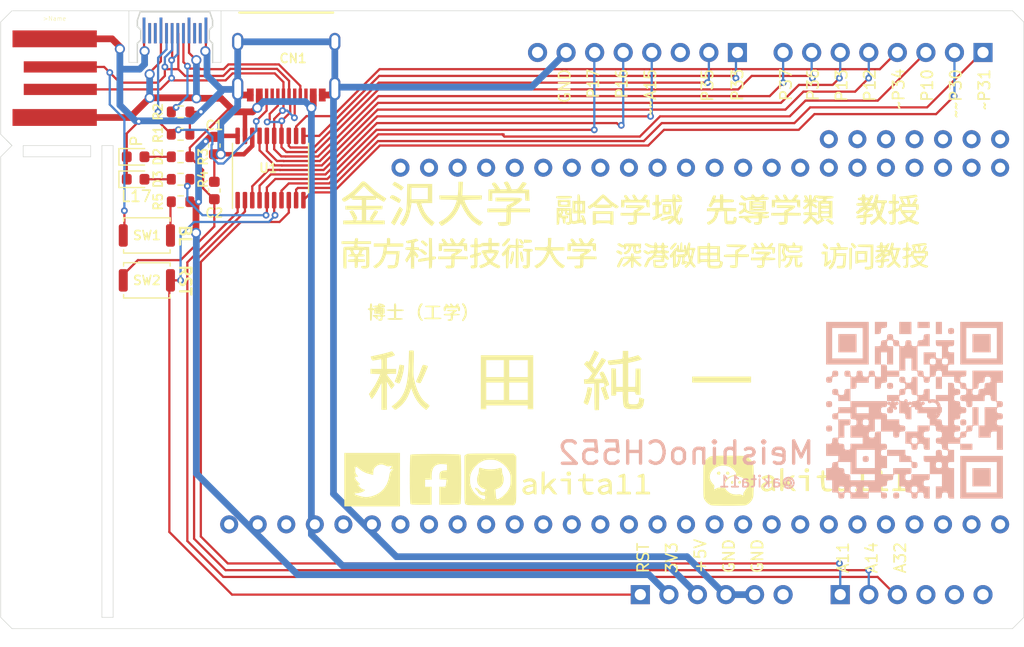
<source format=kicad_pcb>
(kicad_pcb (version 20211014) (generator pcbnew)
  (layers (0 "F.Cu" signal) (31 "B.Cu" signal) (34 "B.Paste" user) (35 "F.Paste" user) (36 "B.SilkS" user "B.Silkscreen") (37 "F.SilkS" user "F.Silkscreen") (38 "B.Mask" user) (39 "F.Mask" user) (44 "Edge.Cuts" user))
  (net 0 "")
  (net 1 "+3V3")
  (net 2 "GND")
  (net 3 "+5V")
  (net 5 "Net-(CN1-PadA5)")
  (net 6 "/P3.7")
  (net 7 "/P3.6")
  (net 9 "Net-(CN1-PadB5)")
  (net 10 "Net-(D2-Pad2)")
  (net 11 "Net-(D3-Pad2)")
  (net 12 "/RST")
  (net 14 "/P1.1")
  (net 15 "/P1.4")
  (net 16 "/P3.2")
  (net 20 "/P3.1")
  (net 21 "/P3.0")
  (net 22 "/P1.0")
  (net 23 "/P3.4")
  (net 24 "/P1.2")
  (net 25 "/P1.3")
  (net 26 "/P3.3")
  (net 27 "/P3.5")
  (net 29 "/P1.5")
  (net 30 "/P1.6")
  (net 31 "/P1.7")
  (net 33 "Net-(R5-Pad2)")
  (footprint "Button_Switch_SMD:SW_Push_SPST_NO_Alps_SKRK" (layer "F.Cu") (at 13 24 180)
    (fp_text reference "SW2")
    (fp_text value "SW_Push")
  )
  (footprint "Capacitor_SMD:C_0603_1608Metric" (layer "F.Cu") (at 19 16 90)
    (fp_text reference "C2")
    (fp_text value "0.1u")
  )
  (footprint "Connector_PinSocket_2.54mm:PinSocket_1x08_P2.54mm_Vertical" (layer "F.Cu") (at 65.531 3.715 -90)
    (fp_text reference "J4" hide)
    (fp_text value "Conn_01x08")
  )
  (footprint "Connector_PinSocket_2.54mm:PinSocket_1x08_P2.54mm_Vertical" (layer "F.Cu") (at 87.375 3.715 -90)
    (fp_text reference "J3" hide)
    (fp_text value "Conn_01x08")
  )
  (footprint "akita:USB-C_PCBPLUG" (layer "F.Cu") (at 15.5 2 90)
    (fp_text reference "CN2" hide)
    (fp_text value "CON_USB-C-16" hide)
    (fp_line (start -2.6 -3.345) (end -0.9 -3.345) (layer "Edge.Cuts") (width 0.127))
    (fp_line (start -0.9 -3.345) (end -0.6 -3.045) (layer "Edge.Cuts") (width 0.127))
    (fp_line (start 0.6 -3.345) (end 1.15 -3.345) (layer "Edge.Cuts") (width 0.127))
    (fp_line (start 1.9 3.095) (end 1.15 3.345) (layer "Edge.Cuts") (width 0.127))
    (fp_line (start 1.15 -3.345) (end 1.9 -3.095) (layer "Edge.Cuts") (width 0.127))
    (fp_line (start 0.3 3.055) (end 0.6 3.345) (layer "Edge.Cuts") (width 0.127))
    (fp_line (start -0.6 3.055) (end 0.3 3.055) (layer "Edge.Cuts") (width 0.127))
    (fp_line (start -0.6 -3.045) (end 0.3 -3.045) (layer "Edge.Cuts") (width 0.127))
    (fp_line (start -0.9 3.345) (end -0.6 3.055) (layer "Edge.Cuts") (width 0.127))
    (fp_line (start -2.6 3.345) (end -0.9 3.345) (layer "Edge.Cuts") (width 0.127))
    (fp_line (start 1.9 -3.095) (end 1.9 3.095) (layer "Edge.Cuts") (width 0.127))
    (fp_line (start 0.6 3.345) (end 1.15 3.345) (layer "Edge.Cuts") (width 0.127))
    (fp_line (start 0.3 -3.045) (end 0.6 -3.345) (layer "Edge.Cuts") (width 0.127))
  )
  (footprint "Capacitor_SMD:C_0603_1608Metric" (layer "F.Cu") (at 19 12 -90)
    (fp_text reference "C1")
    (fp_text value "0.1u")
  )
  (footprint "Connector_PinSocket_2.54mm:PinSocket_1x06_P2.54mm_Vertical" (layer "F.Cu") (at 56.895 51.975 90)
    (fp_text reference "J1" hide)
    (fp_text value "Conn_01x06")
  )
  (footprint "LED_SMD:LED_0603_1608Metric" (layer "F.Cu") (at 12 13)
    (fp_text reference "D2")
    (fp_text value "LED")
  )
  (footprint "Resistor_SMD:R_0603_1608Metric" (layer "F.Cu") (at 16 15)
    (fp_text reference "R4")
    (fp_text value "1k")
  )
  (footprint "LED_SMD:LED_0603_1608Metric" (layer "F.Cu") (at 12 15)
    (fp_text reference "D3")
    (fp_text value "LED")
  )
  (footprint "Resistor_SMD:R_0603_1608Metric" (layer "F.Cu") (at 16 17 180)
    (fp_text reference "R5")
    (fp_text value "10k")
  )
  (footprint "Button_Switch_SMD:SW_Push_SPST_NO_Alps_SKRK" (layer "F.Cu") (at 13 20)
    (fp_text reference "SW1")
    (fp_text value "SW_Push")
  )
  (footprint "Resistor_SMD:R_0603_1608Metric" (layer "F.Cu") (at 16 11)
    (fp_text reference "R1")
    (fp_text value "5.1k")
  )
  (footprint "Resistor_SMD:R_0603_1608Metric" (layer "F.Cu") (at 16 13)
    (fp_text reference "R3")
    (fp_text value "1k")
  )
  (footprint "akita:USB-C_16P_TH" (layer "F.Cu") (at 25.4 6.5 180)
    (fp_text reference "CN1")
    (fp_text value "CON_USB-C-16" hide)
  )
  (footprint "akita:akita11_namecard" (layer "F.Cu") (at 53.34 29.21)
    (fp_text reference "G***" hide)
    (fp_text value "LOGO" hide)
  )
  (footprint "Resistor_SMD:R_0603_1608Metric" (layer "F.Cu") (at 16 9)
    (fp_text reference "R2")
    (fp_text value "5.1k")
  )
  (footprint "Package_SO:TSSOP-20_4.4x6.5mm_P0.65mm" (layer "F.Cu") (at 24 14 90)
    (fp_text reference "U1")
    (fp_text value "MCU_CH552T")
  )
  (footprint "akita:USB-A-PCB" (layer "F.Cu") (at 5 6)
    (fp_text reference "J5" hide)
    (fp_text value "USB_A" hide)
  )
  (footprint "Connector_PinSocket_2.54mm:PinSocket_1x06_P2.54mm_Vertical" (layer "F.Cu") (at 74.675 51.975 90)
    (fp_text reference "J2" hide)
    (fp_text value "Conn_01x06")
  )
  (footprint "akita:MeishinoCH552_QR" (layer "B.Cu") (at 81.28 35.56 180)
    (fp_text reference "G***")
    (fp_text value "LOGO" hide)
  )
  (gr_line (start 0 1) (end 0 11) (layer "Edge.Cuts") (width 0.05))
  (gr_line (start 2 13) (end 2 12) (layer "Edge.Cuts") (width 0.05))
  (gr_line (start 90 55) (end 91 54) (layer "Edge.Cuts") (width 0.05))
  (gr_line (start 9 54) (end 9 12) (layer "Edge.Cuts") (width 0.05))
  (gr_line (start 8 12) (end 8 13) (layer "Edge.Cuts") (width 0.05))
  (gr_line (start 18.8 4.6) (end 19.6 4.6) (layer "Edge.Cuts") (width 0.05))
  (gr_line (start 0 11) (end 1 12) (layer "Edge.Cuts") (width 0.05))
  (gr_line (start 0 13) (end 0 54) (layer "Edge.Cuts") (width 0.05))
  (gr_line (start 1 12) (end 0.5 11.5) (layer "Edge.Cuts") (width 0.05))
  (gr_line (start 0 54) (end 1 55) (layer "Edge.Cuts") (width 0.05))
  (gr_line (start 1 0) (end 0 1) (layer "Edge.Cuts") (width 0.05))
  (gr_line (start 91 1) (end 91 54) (layer "Edge.Cuts") (width 0.05))
  (gr_line (start 10 54) (end 9 54) (layer "Edge.Cuts") (width 0.05))
  (gr_line (start 11.4 4.6) (end 11.4 0) (layer "Edge.Cuts") (width 0.05))
  (gr_line (start 90 0) (end 91 1) (layer "Edge.Cuts") (width 0.05))
  (gr_line (start 9 12) (end 10 12) (layer "Edge.Cuts") (width 0.05))
  (gr_line (start 10 54) (end 10 12) (layer "Edge.Cuts") (width 0.05))
  (gr_line (start 90 55) (end 1 55) (layer "Edge.Cuts") (width 0.05))
  (gr_line (start 12.2 4.6) (end 11.4 4.6) (layer "Edge.Cuts") (width 0.05))
  (gr_line (start 1 0) (end 90 0) (layer "Edge.Cuts") (width 0.05))
  (gr_line (start 19.6 4.6) (end 19.6 0) (layer "Edge.Cuts") (width 0.05))
  (gr_line (start 8 13) (end 2 13) (layer "Edge.Cuts") (width 0.05))
  (gr_line (start 2 12) (end 8 12) (layer "Edge.Cuts") (width 0.05))
  (gr_line (start 1 12) (end 0 13) (layer "Edge.Cuts") (width 0.05))
  (gr_text "MeishinoCH552" (at 60.96 39.37) (layer "B.SilkS") (effects (font (size 2 2) (thickness 0.3)) (justify mirror)))
  (gr_text "@akita11\n" (at 67.31 41.91) (layer "B.SilkS") (effects (font (size 1 1)) (justify mirror)))
  (gr_text "RST" (at 57.15 50.165 90) (layer "F.SilkS") (effects (font (size 1 1)) (justify left)))
  (gr_text "3V3" (at 59.69 50.165 90) (layer "F.SilkS") (effects (font (size 1 1)) (justify left)))
  (gr_text "P17" (at 52.705 5.08 90) (layer "F.SilkS") (effects (font (size 1 0.9)) (justify right)))
  (gr_text "A32\n" (at 80.01 50.165 90) (layer "F.SilkS") (effects (font (size 1 1)) (justify left)))
  (gr_text "P16" (at 55.245 5.08 90) (layer "F.SilkS") (effects (font (size 1 0.9)) (justify right)))
  (gr_text "BL" (at 16.4 20 270) (layer "F.SilkS") (effects (font (size 1 1) (thickness 0.2))))
  (gr_text "GND" (at 67.31 50.165 90) (layer "F.SilkS") (effects (font (size 1 1)) (justify left)))
  (gr_text "P36" (at 72.255 5.03 90) (layer "F.SilkS") (effects (font (size 1 1)) (justify right)))
  (gr_text "L17" (at 12.065 16.51) (layer "F.SilkS") (effects (font (size 1 1))))
  (gr_text "~~A15" (at 57.785 5.08 90) (layer "F.SilkS") (effects (font (size 1 1)) (justify right)))
  (gr_text "P10" (at 82.415 5.09 90) (layer "F.SilkS") (effects (font (size 1 1)) (justify right)))
  (gr_text "~P31" (at 87.495 5.09 90) (layer "F.SilkS") (effects (font (size 1 1)) (justify right)))
  (gr_text "A14" (at 77.47 50.165 90) (layer "F.SilkS") (effects (font (size 1 1)) (justify left)))
  (gr_text "P37" (at 69.85 5.03 90) (layer "F.SilkS") (effects (font (size 1 1)) (justify right)))
  (gr_text "P35" (at 62.865 5.09 90) (layer "F.SilkS") (effects (font (size 1 1)) (justify right)))
  (gr_text "GND" (at 64.77 50.165 90) (layer "F.SilkS") (effects (font (size 1 1)) (justify left)))
  (gr_text "A11" (at 74.93 50.165 90) (layer "F.SilkS") (effects (font (size 1 1)) (justify left)))
  (gr_text "P" (at 12.065 11.6 90) (layer "F.SilkS") (effects (font (size 1 1))))
  (gr_text "P12" (at 77.305 5.09 90) (layer "F.SilkS") (effects (font (size 1 1)) (justify right)))
  (gr_text "P13" (at 74.795 5.09 90) (layer "F.SilkS") (effects (font (size 1 1)) (justify right)))
  (gr_text "RST" (at 16.4 24 270) (layer "F.SilkS") (effects (font (size 1 1) (thickness 0.2))))
  (gr_text "P33" (at 65.531 5.045 90) (layer "F.SilkS") (effects (font (size 1 1)) (justify right)))
  (gr_text "GND" (at 50.165 5.08 90) (layer "F.SilkS") (effects (font (size 1 1)) (justify right)))
  (gr_text "~~P30" (at 84.955 5.09 90) (layer "F.SilkS") (effects (font (size 1 1)) (justify right)))
  (gr_text "~P34" (at 79.875 5.03 90) (layer "F.SilkS") (effects (font (size 1 1)) (justify right)))
  (gr_text "+5V" (at 62.23 50.165 90) (layer "F.SilkS") (effects (font (size 1 1)) (justify left)))
  (via (at 78.74 11.43) (size 1.6) (drill 0.9) (layers "F.Cu" "B.Cu") (net 0))
  (via (at 35.56 13.97) (size 1.6) (drill 0.9) (layers "F.Cu" "B.Cu") (net 0))
  (via (at 73.66 13.97) (size 1.6) (drill 0.9) (layers "F.Cu" "B.Cu") (net 0))
  (via (at 88.9 13.97) (size 1.6) (drill 0.9) (layers "F.Cu" "B.Cu") (net 0))
  (via (at 88.9 11.43) (size 1.6) (drill 0.9) (layers "F.Cu" "B.Cu") (net 0))
  (via (at 20.32 45.72) (size 1.6) (drill 0.9) (layers "F.Cu" "B.Cu") (net 0))
  (via (at 81.28 13.97) (size 1.6) (drill 0.9) (layers "F.Cu" "B.Cu") (net 0))
  (via (at 50.8 13.97) (size 1.6) (drill 0.9) (layers "F.Cu" "B.Cu") (net 0))
  (via (at 76.2 45.72) (size 1.6) (drill 0.9) (layers "F.Cu" "B.Cu") (net 0))
  (via (at 45.72 13.97) (size 1.6) (drill 0.9) (layers "F.Cu" "B.Cu") (net 0))
  (via (at 53.34 13.97) (size 1.6) (drill 0.9) (layers "F.Cu" "B.Cu") (net 0))
  (via (at 78.74 13.97) (size 1.6) (drill 0.9) (layers "F.Cu" "B.Cu") (net 0))
  (via (at 63.5 45.72) (size 1.6) (drill 0.9) (layers "F.Cu" "B.Cu") (net 0))
  (via (at 86.36 45.72) (size 1.6) (drill 0.9) (layers "F.Cu" "B.Cu") (net 0))
  (via (at 58.42 45.72) (size 1.6) (drill 0.9) (layers "F.Cu" "B.Cu") (net 0))
  (via (at 73.66 11.43) (size 1.6) (drill 0.9) (layers "F.Cu" "B.Cu") (net 0))
  (via (at 88.9 45.72) (size 1.6) (drill 0.9) (layers "F.Cu" "B.Cu") (net 0))
  (via (at 73.66 45.72) (size 1.6) (drill 0.9) (layers "F.Cu" "B.Cu") (net 0))
  (via (at 60.96 13.97) (size 1.6) (drill 0.9) (layers "F.Cu" "B.Cu") (net 0))
  (via (at 25.4 45.72) (size 1.6) (drill 0.9) (layers "F.Cu" "B.Cu") (net 0))
  (via (at 71.12 45.72) (size 1.6) (drill 0.9) (layers "F.Cu" "B.Cu") (net 0))
  (via (at 68.58 13.97) (size 1.6) (drill 0.9) (layers "F.Cu" "B.Cu") (net 0))
  (via (at 48.26 45.72) (size 1.6) (drill 0.9) (layers "F.Cu" "B.Cu") (net 0))
  (via (at 83.82 11.43) (size 1.6) (drill 0.9) (layers "F.Cu" "B.Cu") (net 0))
  (via (at 35.56 45.72) (size 1.6) (drill 0.9) (layers "F.Cu" "B.Cu") (net 0))
  (via (at 40.64 45.72) (size 1.6) (drill 0.9) (layers "F.Cu" "B.Cu") (net 0))
  (via (at 66.04 13.97) (size 1.6) (drill 0.9) (layers "F.Cu" "B.Cu") (net 0))
  (via (at 22.86 45.72) (size 1.6) (drill 0.9) (layers "F.Cu" "B.Cu") (net 0))
  (via (at 86.36 11.43) (size 1.6) (drill 0.9) (layers "F.Cu" "B.Cu") (net 0))
  (via (at 40.64 13.97) (size 1.6) (drill 0.9) (layers "F.Cu" "B.Cu") (net 0))
  (via (at 30.48 45.72) (size 1.6) (drill 0.9) (layers "F.Cu" "B.Cu") (net 0))
  (via (at 50.8 45.72) (size 1.6) (drill 0.9) (layers "F.Cu" "B.Cu") (net 0))
  (via (at 76.2 11.43) (size 1.6) (drill 0.9) (layers "F.Cu" "B.Cu") (net 0))
  (via (at 33.02 45.72) (size 1.6) (drill 0.9) (layers "F.Cu" "B.Cu") (net 0))
  (via (at 55.88 45.72) (size 1.6) (drill 0.9) (layers "F.Cu" "B.Cu") (net 0))
  (via (at 27.94 45.72) (size 1.6) (drill 0.9) (layers "F.Cu" "B.Cu") (net 0))
  (via (at 66.04 45.72) (size 1.6) (drill 0.9) (layers "F.Cu" "B.Cu") (net 0))
  (via (at 38.1 13.97) (size 1.6) (drill 0.9) (layers "F.Cu" "B.Cu") (net 0))
  (via (at 83.82 13.97) (size 1.6) (drill 0.9) (layers "F.Cu" "B.Cu") (net 0))
  (via (at 38.1 45.72) (size 1.6) (drill 0.9) (layers "F.Cu" "B.Cu") (net 0))
  (via (at 55.88 13.97) (size 1.6) (drill 0.9) (layers "F.Cu" "B.Cu") (net 0))
  (via (at 48.26 13.97) (size 1.6) (drill 0.9) (layers "F.Cu" "B.Cu") (net 0))
  (via (at 76.2 13.97) (size 1.6) (drill 0.9) (layers "F.Cu" "B.Cu") (net 0))
  (via (at 81.28 11.43) (size 1.6) (drill 0.9) (layers "F.Cu" "B.Cu") (net 0))
  (via (at 58.42 13.97) (size 1.6) (drill 0.9) (layers "F.Cu" "B.Cu") (net 0))
  (via (at 43.18 13.97) (size 1.6) (drill 0.9) (layers "F.Cu" "B.Cu") (net 0))
  (via (at 63.5 13.97) (size 1.6) (drill 0.9) (layers "F.Cu" "B.Cu") (net 0))
  (via (at 86.36 13.97) (size 1.6) (drill 0.9) (layers "F.Cu" "B.Cu") (net 0))
  (via (at 60.96 45.72) (size 1.6) (drill 0.9) (layers "F.Cu" "B.Cu") (net 0))
  (via (at 43.18 45.72) (size 1.6) (drill 0.9) (layers "F.Cu" "B.Cu") (net 0))
  (via (at 68.58 45.72) (size 1.6) (drill 0.9) (layers "F.Cu" "B.Cu") (net 0))
  (via (at 53.34 45.72) (size 1.6) (drill 0.9) (layers "F.Cu" "B.Cu") (net 0))
  (via (at 45.72 45.72) (size 1.6) (drill 0.9) (layers "F.Cu" "B.Cu") (net 0))
  (via (at 83.82 45.72) (size 1.6) (drill 0.9) (layers "F.Cu" "B.Cu") (net 0))
  (via (at 81.28 45.72) (size 1.6) (drill 0.9) (layers "F.Cu" "B.Cu") (net 0))
  (via (at 78.74 45.72) (size 1.6) (drill 0.9) (layers "F.Cu" "B.Cu") (net 0))
  (via (at 71.12 13.97) (size 1.6) (drill 0.9) (layers "F.Cu" "B.Cu") (net 0))
  (segment (start 17.370023 19.770023) (end 17.370023 17.229977) (width 0.6) (layer "F.Cu") (net 1))
  (segment (start 16.825 17) (end 17.6 17) (width 0.2) (layer "F.Cu") (net 1))
  (segment (start 19 11.225) (end 18.631039 11.225) (width 0.6) (layer "F.Cu") (net 1))
  (segment (start 21.075 11.1375) (end 19.0625 11.1375) (width 0.4) (layer "F.Cu") (net 1))
  (segment (start 17.370023 17.229977) (end 17.6 17) (width 0.6) (layer "F.Cu") (net 1))
  (segment (start 18.631039 11.225) (end 18.228019 11.62802) (width 0.6) (layer "F.Cu") (net 1))
  (segment (start 19.0625 11.1375) (end 19 11.2) (width 0.2) (layer "F.Cu") (net 1))
  (via (at 17.370023 19.770023) (size 0.9) (drill 0.6) (layers "F.Cu" "B.Cu") (net 1))
  (via (at 18.228019 11.62802) (size 0.6) (drill 0.3) (layers "F.Cu" "B.Cu") (net 1))
  (via (at 17.6 17) (size 0.6) (drill 0.3) (layers "F.Cu" "B.Cu") (net 1))
  (segment (start 17.4 20.2) (end 17.4 19.8) (width 0.6) (layer "B.Cu") (net 1))
  (segment (start 17.4 19.8) (end 17.370023 19.770023) (width 0.6) (layer "B.Cu") (net 1))
  (segment (start 57.66 50.2) (end 26.4 50.2) (width 0.6) (layer "B.Cu") (net 1))
  (segment (start 59.435 51.975) (end 57.66 50.2) (width 0.6) (layer "B.Cu") (net 1))
  (segment (start 17.6 12.256039) (end 18.228019 11.62802) (width 0.6) (layer "B.Cu") (net 1))
  (segment (start 17.6 17) (end 17.6 12.256039) (width 0.6) (layer "B.Cu") (net 1))
  (segment (start 17.4 41.2) (end 17.4 20.2) (width 0.6) (layer "B.Cu") (net 1))
  (segment (start 26.4 50.2) (end 17.4 41.2) (width 0.6) (layer "B.Cu") (net 1))
  (segment (start 22.2 7.5) (end 21.1 7.5) (width 0.6) (layer "F.Cu") (net 2))
  (segment (start 18.25 1.75) (end 18.25 3.55) (width 0.2) (layer "F.Cu") (net 2))
  (segment (start 21.1 7.5) (end 21 7.4) (width 0.6) (layer "F.Cu") (net 2))
  (segment (start 19 12.775) (end 19.575 12.775) (width 0.4) (layer "F.Cu") (net 2))
  (segment (start 16.825 9) (end 17.8 9) (width 0.2) (layer "F.Cu") (net 2))
  (segment (start 10.6 3.2) (end 10.6 3.4) (width 0.6) (layer "F.Cu") (net 2))
  (segment (start 22.375 12.025) (end 22.375 11.1375) (width 0.4) (layer "F.Cu") (net 2))
  (segment (start 10.2 2.8) (end 10.6 3.2) (width 0.6) (layer "F.Cu") (net 2))
  (segment (start 11.2125 10.918164) (end 12.275291 9.855373) (width 0.2) (layer "F.Cu") (net 2))
  (segment (start 19.575 12.775) (end 21.625 12.775) (width 0.4) (layer "F.Cu") (net 2))
  (segment (start 21.625 12.775) (end 22.375 12.025) (width 0.4) (layer "F.Cu") (net 2))
  (segment (start 11.2125 15) (end 11.2125 10.918164) (width 0.2) (layer "F.Cu") (net 2))
  (segment (start 12.75 1.75) (end 12.75 3.55) (width 0.2) (layer "F.Cu") (net 2))
  (segment (start 29.3 7.5) (end 29.6 7.2) (width 0.6) (layer "F.Cu") (net 2))
  (segment (start 18.25 3.55) (end 18.2 3.6) (width 0.2) (layer "F.Cu") (net 2))
  (segment (start 12.75 3.55) (end 12.8 3.6) (width 0.2) (layer "F.Cu") (net 2))
  (segment (start 16.825 9) (end 16.825 11.025) (width 0.2) (layer "F.Cu") (net 2))
  (segment (start 9.9 2.5) (end 10.2 2.8) (width 0.6) (layer "F.Cu") (net 2))
  (segment (start 19 15.225) (end 19 12.8) (width 0.2) (layer "F.Cu") (net 2))
  (segment (start 17.8 9) (end 17.809957 8.990043) (width 0.2) (layer "F.Cu") (net 2))
  (segment (start 4.8 2.5) (end 9.9 2.5) (width 0.6) (layer "F.Cu") (net 2))
  (segment (start 28.6 7.5) (end 29.3 7.5) (width 0.6) (layer "F.Cu") (net 2))
  (via (at 10.6 3.4) (size 0.9) (drill 0.6) (layers "F.Cu" "B.Cu") (net 2))
  (via (at 17.809957 8.990043) (size 0.6) (drill 0.3) (layers "F.Cu" "B.Cu") (net 2))
  (via (at 18.2 3.6) (size 0.9) (drill 0.6) (layers "F.Cu" "B.Cu") (net 2))
  (via (at 12.8 3.6) (size 0.9) (drill 0.6) (layers "F.Cu" "B.Cu") (net 2))
  (via (at 12.275291 9.855373) (size 0.6) (drill 0.3) (layers "F.Cu" "B.Cu") (net 2))
  (via (at 19.575 12.775) (size 0.9) (drill 0.6) (layers "F.Cu" "B.Cu") (net 2))
  (segment (start 19.6 7) (end 20.762273 7) (width 0.6) (layer "B.Cu") (net 2))
  (segment (start 21.08 8.52) (end 19.575 10.025) (width 0.6) (layer "B.Cu") (net 2))
  (segment (start 12.358188 5.2) (end 10.8 5.2) (width 0.6) (layer "B.Cu") (net 2))
  (segment (start 21.235 2.765) (end 21.2 2.8) (width 0.6) (layer "B.Cu") (net 2))
  (segment (start 10.6 5) (end 10.6 8.4) (width 0.6) (layer "B.Cu") (net 2))
  (segment (start 29.68 2.88) (end 29.6 2.8) (width 0.6) (layer "B.Cu") (net 2))
  (segment (start 10.6 8.4) (end 12 9.8) (width 0.6) (layer "B.Cu") (net 2))
  (segment (start 17.809957 8.990043) (end 19.6 7.2) (width 0.6) (layer "B.Cu") (net 2))
  (segment (start 35.2 48.6) (end 29.6 43) (width 0.6) (layer "B.Cu") (net 2))
  (segment (start 64.425 51.975) (end 61.05 48.6) (width 0.6) (layer "B.Cu") (net 2))
  (segment (start 47.206 6.8) (end 29.8 6.8) (width 0.6) (layer "B.Cu") (net 2))
  (segment (start 50.291 3.715) (end 47.206 6.8) (width 0.6) (layer "B.Cu") (net 2))
  (segment (start 17 9.8) (end 17.809957 8.990043) (width 0.6) (layer "B.Cu") (net 2))
  (segment (start 21.08 6.935) (end 21.08 8.52) (width 0.6) (layer "B.Cu") (net 2))
  (segment (start 12 9.8) (end 17 9.8) (width 0.6) (layer "B.Cu") (net 2))
  (segment (start 29.72 6.935) (end 29.72 2.88) (width 0.6) (layer "B.Cu") (net 2))
  (segment (start 12.8 3.6) (end 12.8 4.758188) (width 0.6) (layer "B.Cu") (net 2))
  (segment (start 29.6 43) (end 29.6 6.8) (width 0.6) (layer "B.Cu") (net 2))
  (segment (start 18.349511 3.749511) (end 18.349511 5.749511) (width 0.6) (layer "B.Cu") (net 2))
  (segment (start 21.08 2.765) (end 21.08 6.92) (width 0.6) (layer "B.Cu") (net 2))
  (segment (start 19.6 7.2) (end 19.6 7) (width 0.6) (layer "B.Cu") (net 2))
  (segment (start 18.349511 5.749511) (end 19.6 7) (width 0.6) (layer "B.Cu") (net 2))
  (segment (start 67.055 51.975) (end 64.425 51.975) (width 0.6) (layer "B.Cu") (net 2))
  (segment (start 29.72 2.88) (end 29.68 2.88) (width 0.6) (layer "B.Cu") (net 2))
  (segment (start 19.575 10.025) (end 19.575 12.775) (width 0.6) (layer "B.Cu") (net 2))
  (segment (start 10.6 3.4) (end 10.6 5) (width 0.6) (layer "B.Cu") (net 2))
  (segment (start 12.8 4.758188) (end 12.358188 5.2) (width 0.6) (layer "B.Cu") (net 2))
  (segment (start 29.72 2.765) (end 21.235 2.765) (width 0.6) (layer "B.Cu") (net 2))
  (segment (start 61.05 48.6) (end 35.2 48.6) (width 0.6) (layer "B.Cu") (net 2))
  (segment (start 18.2 3.6) (end 18.349511 3.749511) (width 0.6) (layer "B.Cu") (net 2))
  (segment (start 10.8 5.2) (end 10.6 5) (width 0.6) (layer "B.Cu") (net 2))
  (segment (start 13.2505 5.6505) (end 13.2505 5.502161) (width 0.2) (layer "F.Cu") (net 3))
  (segment (start 10.9 23.5) (end 12.2 22.2) (width 0.2) (layer "F.Cu") (net 3))
  (segment (start 21.725 9.125) (end 21.6 9) (width 0.4) (layer "F.Cu") (net 3))
  (segment (start 21.6 9) (end 20.8 9) (width 0.6) (layer "F.Cu") (net 3))
  (segment (start 18 14.175) (end 16.825 13) (width 0.2) (layer "F.Cu") (net 3))
  (segment (start 13.2505 7.7495) (end 17.368454 7.7495) (width 0.6) (layer "F.Cu") (net 3))
  (segment (start 27.8 8.466205) (end 27.634406 8.631799) (width 0.6) (layer "F.Cu") (net 3))
  (segment (start 16.825 13) (end 16.825 12.183217) (width 0.2) (layer "F.Cu") (net 3))
  (segment (start 18.975 16.775) (end 18 15.8) (width 0.2) (layer "F.Cu") (net 3))
  (segment (start 22.4 9) (end 21.6 9) (width 0.6) (layer "F.Cu") (net 3))
  (segment (start 16 22.2) (end 19 19.2) (width 0.2) (layer "F.Cu") (net 3))
  (segment (start 18 15.8) (end 18 14.175) (width 0.2) (layer "F.Cu") (net 3))
  (segment (start 16.825 12.183217) (end 20.4 8.608217) (width 0.2) (layer "F.Cu") (net 3))
  (segment (start 20.4 8.608217) (end 20.4 8.6) (width 0.2) (layer "F.Cu") (net 3))
  (segment (start 23 7.5) (end 23 8.4) (width 0.6) (layer "F.Cu") (net 3))
  (segment (start 17.368454 7.7495) (end 17.409477 7.790523) (width 0.6) (layer "F.Cu") (net 3))
  (segment (start 10.9 24) (end 10.9 23.5) (width 0.2) (layer "F.Cu") (net 3))
  (segment (start 23 8.4) (end 22.4 9) (width 0.6) (layer "F.Cu") (net 3))
  (segment (start 21.725 11.1375) (end 21.725 9.125) (width 0.4) (layer "F.Cu") (net 3))
  (segment (start 11.5 9.5) (end 13.2505 7.7495) (width 0.6) (layer "F.Cu") (net 3))
  (segment (start 20.4 8.6) (end 19.590523 7.790523) (width 0.6) (layer "F.Cu") (net 3))
  (segment (start 19.590523 7.790523) (end 17.409477 7.790523) (width 0.6) (layer "F.Cu") (net 3))
  (segment (start 19 19.2) (end 19 16.8) (width 0.2) (layer "F.Cu") (net 3))
  (segment (start 12.2 22.2) (end 16 22.2) (width 0.2) (layer "F.Cu") (net 3))
  (segment (start 14.25 4.502661) (end 14.25 1.75) (width 0.2) (layer "F.Cu") (net 3))
  (segment (start 16.75 3.75) (end 16.75 1.75) (width 0.2) (layer "F.Cu") (net 3))
  (segment (start 4.8 9.5) (end 11.5 9.5) (width 0.6) (layer "F.Cu") (net 3))
  (segment (start 20.8 9) (end 20.4 8.6) (width 0.6) (layer "F.Cu") (net 3))
  (segment (start 19 16.775) (end 18.975 16.775) (width 0.2) (layer "F.Cu") (net 3))
  (segment (start 27.8 7.5) (end 27.8 8.466205) (width 0.6) (layer "F.Cu") (net 3))
  (segment (start 17.4 4.4) (end 16.75 3.75) (width 0.2) (layer "F.Cu") (net 3))
  (segment (start 13.2505 5.502161) (end 14.25 4.502661) (width 0.2) (layer "F.Cu") (net 3))
  (via (at 17.409477 7.790523) (size 0.9) (drill 0.6) (layers "F.Cu" "B.Cu") (net 3))
  (via (at 13.2505 7.7495) (size 0.9) (drill 0.6) (layers "F.Cu" "B.Cu") (net 3))
  (via (at 13.2505 5.6505) (size 0.9) (drill 0.6) (layers "F.Cu" "B.Cu") (net 3))
  (via (at 17.4 4.4) (size 0.9) (drill 0.6) (layers "F.Cu" "B.Cu") (net 3))
  (via (at 27.634406 8.631799) (size 0.9) (drill 0.6) (layers "F.Cu" "B.Cu") (net 3))
  (via (at 22.822243 8.638925) (size 0.9) (drill 0.6) (layers "F.Cu" "B.Cu") (net 3))
  (segment (start 61.975 51.975) (end 59.4 49.4) (width 0.6) (layer "B.Cu") (net 3))
  (segment (start 27.634406 46.634406) (end 27.634406 8.631799) (width 0.6) (layer "B.Cu") (net 3))
  (segment (start 13.2505 5.6505) (end 13.2505 7.7495) (width 0.6) (layer "B.Cu") (net 3))
  (segment (start 27.088666 8.086059) (end 23.375109 8.086059) (width 0.6) (layer "B.Cu") (net 3))
  (segment (start 23.375109 8.086059) (end 22.822243 8.638925) (width 0.6) (layer "B.Cu") (net 3))
  (segment (start 30.4 49.4) (end 27.634406 46.634406) (width 0.6) (layer "B.Cu") (net 3))
  (segment (start 27.634406 8.631799) (end 27.088666 8.086059) (width 0.6) (layer "B.Cu") (net 3))
  (segment (start 17.409477 4.409477) (end 17.409477 7.790523) (width 0.6) (layer "B.Cu") (net 3))
  (segment (start 17.4 4.4) (end 17.409477 4.409477) (width 0.6) (layer "B.Cu") (net 3))
  (segment (start 59.4 49.4) (end 30.4 49.4) (width 0.6) (layer "B.Cu") (net 3))
  (segment (start 19.834994 5.2) (end 17.760948 5.2) (width 0.2) (layer "F.Cu") (net 5))
  (segment (start 24.410472 4.77644) (end 20.258554 4.77644) (width 0.2) (layer "F.Cu") (net 5))
  (segment (start 15.175 9) (end 15.2 9) (width 0.2) (layer "F.Cu") (net 5))
  (segment (start 17.710459 5.149511) (end 16.832788 5.149511) (width 0.2) (layer "F.Cu") (net 5))
  (segment (start 17.760948 5.2) (end 17.710459 5.149511) (width 0.2) (layer "F.Cu") (net 5))
  (segment (start 16.609966 4.926689) (end 16.25 4.566723) (width 0.2) (layer "F.Cu") (net 5))
  (segment (start 20.258554 4.77644) (end 19.834994 5.2) (width 0.2) (layer "F.Cu") (net 5))
  (segment (start 16.832788 5.149511) (end 16.609966 4.926689) (width 0.2) (layer "F.Cu") (net 5))
  (segment (start 26.65 7.5) (end 26.65 6.684994) (width 0.2) (layer "F.Cu") (net 5))
  (segment (start 24.741445 4.776439) (end 24.410472 4.77644) (width 0.2) (layer "F.Cu") (net 5))
  (segment (start 26.65 6.684994) (end 24.741445 4.776439) (width 0.2) (layer "F.Cu") (net 5))
  (segment (start 16.25 4.566723) (end 16.25 2) (width 0.2) (layer "F.Cu") (net 5))
  (segment (start 15.2 9) (end 15.6 8.6) (width 0.2) (layer "F.Cu") (net 5))
  (via (at 16.609966 4.926689) (size 0.6) (drill 0.3) (layers "F.Cu" "B.Cu") (net 5))
  (via (at 15.6 8.6) (size 0.6) (drill 0.3) (layers "F.Cu" "B.Cu") (net 5))
  (segment (start 15.6 8.6) (end 16.609966 7.590034) (width 0.2) (layer "B.Cu") (net 5))
  (segment (start 16.609966 7.590034) (end 16.609966 4.926689) (width 0.2) (layer "B.Cu") (net 5))
  (segment (start 15.2 4.4) (end 15.25 4.35) (width 0.2) (layer "F.Cu") (net 6))
  (segment (start 15.2 6) (end 15.4 6.2) (width 0.2) (layer "F.Cu") (net 6))
  (segment (start 26.15 9.497822) (end 26.15 7.5) (width 0.2) (layer "F.Cu") (net 6))
  (segment (start 24.325 9.627178) (end 24.325 11.1375) (width 0.2) (layer "F.Cu") (net 6))
  (segment (start 25.066608 8.88557) (end 25.15 8.802178) (width 0.2) (layer "F.Cu") (net 6))
  (segment (start 33.6 7.6) (end 28.22644 12.97356) (width 0.2) (layer "F.Cu") (net 6))
  (segment (start 25.331933 12.966927) (end 24.966927 12.966927) (width 0.2) (layer "F.Cu") (net 6))
  (segment (start 28.22644 12.97356) (end 25.338566 12.97356) (width 0.2) (layer "F.Cu") (net 6))
  (segment (start 5.3 7) (end 14.2 7) (width 0.2) (layer "F.Cu") (net 6))
  (segment (start 15.4 6.2) (end 20 6.2) (width 0.2) (layer "F.Cu") (net 6))
  (segment (start 25.338566 12.97356) (end 25.331933 12.966927) (width 0.2) (layer "F.Cu") (net 6))
  (segment (start 20 6.2) (end 20.624521 5.575479) (width 0.2) (layer "F.Cu") (net 6))
  (segment (start 15.25 4.35) (end 15.25 2) (width 0.2) (layer "F.Cu") (net 6))
  (segment (start 24.375479 5.575479) (end 25.15 6.35) (width 0.2) (layer "F.Cu") (net 6))
  (segment (start 68.4 7.6) (end 33.6 7.6) (width 0.2) (layer "F.Cu") (net 6))
  (segment (start 26.123911 9.523911) (end 26.15 9.497822) (width 0.2) (layer "F.Cu") (net 6))
  (segment (start 69.6 6.4) (end 68.4 7.6) (width 0.2) (layer "F.Cu") (net 6))
  (segment (start 24.325 12.325) (end 24.325 11.1375) (width 0.2) (layer "F.Cu") (net 6))
  (segment (start 25.15 6.35) (end 25.15 7.5) (width 0.2) (layer "F.Cu") (net 6))
  (segment (start 25.066608 8.88557) (end 24.325 9.627178) (width 0.2) (layer "F.Cu") (net 6))
  (segment (start 20.624521 5.575479) (end 24.375479 5.575479) (width 0.2) (layer "F.Cu") (net 6))
  (segment (start 14.2 7) (end 15.2 6) (width 0.2) (layer "F.Cu") (net 6))
  (segment (start 25.15 8.802178) (end 25.15 7.5) (width 0.2) (layer "F.Cu") (net 6))
  (segment (start 24.966927 12.966927) (end 24.325 12.325) (width 0.2) (layer "F.Cu") (net 6))
  (via (at 25.066608 8.88557) (size 0.6) (drill 0.3) (layers "F.Cu" "B.Cu") (net 6))
  (via (at 15.2 6) (size 0.6) (drill 0.3) (layers "F.Cu" "B.Cu") (net 6))
  (via (at 69.6 6.4) (size 0.6) (drill 0.3) (layers "F.Cu" "B.Cu") (net 6))
  (via (at 26.123911 9.523911) (size 0.6) (drill 0.3) (layers "F.Cu" "B.Cu") (net 6))
  (via (at 15.2 4.4) (size 0.6) (drill 0.3) (layers "F.Cu" "B.Cu") (net 6))
  (segment (start 69.595 6.395) (end 69.595 3.715) (width 0.2) (layer "B.Cu") (net 6))
  (segment (start 69.6 6.4) (end 69.595 6.395) (width 0.2) (layer "B.Cu") (net 6))
  (segment (start 15.2 4.4) (end 15.2 6) (width 0.2) (layer "B.Cu") (net 6))
  (segment (start 25.48557 8.88557) (end 25.066608 8.88557) (width 0.2) (layer "B.Cu") (net 6))
  (segment (start 15.75 3.85) (end 15.75 2) (width 0.2) (layer "B.Cu") (net 6))
  (segment (start 15.2 4.4) (end 15.75 3.85) (width 0.2) (layer "B.Cu") (net 6))
  (segment (start 26.123911 9.523911) (end 25.48557 8.88557) (width 0.2) (layer "B.Cu") (net 6))
  (segment (start 19.8 5.8) (end 16.39952 5.8) (width 0.2) (layer "F.Cu") (net 7))
  (segment (start 72.2 6) (end 72 5.8) (width 0.2) (layer "F.Cu") (net 7))
  (segment (start 25.75048 8.374511) (end 25.75048 9.04952) (width 0.2) (layer "F.Cu") (net 7))
  (segment (start 25.65 6.25) (end 24.575959 5.175959) (width 0.2) (layer "F.Cu") (net 7))
  (segment (start 33.595018 7) (end 28.020978 12.57404) (width 0.2) (layer "F.Cu") (net 7))
  (segment (start 25.49742 12.567408) (end 25.392408 12.567408) (width 0.2) (layer "F.Cu") (net 7))
  (segment (start 23.700394 9.9005) (end 23.92548 9.675414) (width 0.2) (layer "F.Cu") (net 7))
  (segment (start 14 6.4) (end 14.6005 5.7995) (width 0.2) (layer "F.Cu") (net 7))
  (segment (start 10.6 6.4) (end 14 6.4) (width 0.2) (layer "F.Cu") (net 7))
  (segment (start 9.2 5) (end 10.6 6.4) (width 0.2) (layer "F.Cu") (net 7))
  (segment (start 15.8 5.20048) (end 14.800981 5.20048) (width 0.2) (layer "F.Cu") (net 7))
  (segment (start 72 5.8) (end 66.8 5.8) (width 0.2) (layer "F.Cu") (net 7))
  (segment (start 28.020978 12.57404) (end 25.504052 12.57404) (width 0.2) (layer "F.Cu") (net 7))
  (segment (start 25.65 8.274031) (end 25.75048 8.374511) (width 0.2) (layer "F.Cu") (net 7))
  (segment (start 23.92548 9.675414) (end 23.92548 9.17886) (width 0.2) (layer "F.Cu") (net 7))
  (segment (start 10.9 20) (end 11 19.9) (width 0.2) (layer "F.Cu") (net 7))
  (segment (start 24.575959 5.175959) (end 20.424041 5.175959) (width 0.2) (layer "F.Cu") (net 7))
  (segment (start 25.392408 12.567408) (end 24.975 12.15) (width 0.2) (layer "F.Cu") (net 7))
  (segment (start 24.65 8.45434) (end 24.65 7.5) (width 0.2) (layer "F.Cu") (net 7))
  (segment (start 65.6 7) (end 33.595018 7) (width 0.2) (layer "F.Cu") (net 7))
  (segment (start 15.8 5.20048) (end 15.8 2.05) (width 0.2) (layer "F.Cu") (net 7))
  (segment (start 25.65 7.5) (end 25.65 6.25) (width 0.2) (layer "F.Cu") (net 7))
  (segment (start 24.975 9.825) (end 24.975 11.1375) (width 0.2) (layer "F.Cu") (net 7))
  (segment (start 14.6005 5.7995) (end 14.6005 4.999999) (width 0.2) (layer "F.Cu") (net 7))
  (segment (start 25.504052 12.57404) (end 25.49742 12.567408) (width 0.2) (layer "F.Cu") (net 7))
  (segment (start 14.800981 5.20048) (end 14.6005 4.999999) (width 0.2) (layer "F.Cu") (net 7))
  (segment (start 5.3 5) (end 9.2 5) (width 0.2) (layer "F.Cu") (net 7))
  (segment (start 11 19.9) (end 11 17.8) (width 0.2) (layer "F.Cu") (net 7))
  (segment (start 66.8 5.8) (end 65.6 7) (width 0.2) (layer "F.Cu") (net 7))
  (segment (start 16.39952 5.8) (end 15.8 5.20048) (width 0.2) (layer "F.Cu") (net 7))
  (segment (start 15.8 2.05) (end 15.75 2) (width 0.2) (layer "F.Cu") (net 7))
  (segment (start 20.424041 5.175959) (end 19.8 5.8) (width 0.2) (layer "F.Cu") (net 7))
  (segment (start 25.65 7.5) (end 25.65 8.274031) (width 0.2) (layer "F.Cu") (net 7))
  (segment (start 24.975 12.15) (end 24.975 11.1375) (width 0.2) (layer "F.Cu") (net 7))
  (segment (start 23.92548 9.17886) (end 24.65 8.45434) (width 0.2) (layer "F.Cu") (net 7))
  (segment (start 25.75048 9.04952) (end 24.975 9.825) (width 0.2) (layer "F.Cu") (net 7))
  (via (at 23.700394 9.9005) (size 0.6) (drill 0.3) (layers "F.Cu" "B.Cu") (net 7))
  (via (at 72.2 6) (size 0.6) (drill 0.3) (layers "F.Cu" "B.Cu") (net 7))
  (via (at 9.7 5.5) (size 0.6) (drill 0.3) (layers "F.Cu" "B.Cu") (net 7))
  (via (at 11 17.8) (size 0.6) (drill 0.3) (layers "F.Cu" "B.Cu") (net 7))
  (via (at 25 9.8) (size 0.6) (drill 0.3) (layers "F.Cu" "B.Cu") (net 7))
  (via (at 14.6005 4.999999) (size 0.6) (drill 0.3) (layers "F.Cu" "B.Cu") (net 7))
  (segment (start 11 9.64785) (end 9.7 8.34785) (width 0.2) (layer "B.Cu") (net 7))
  (segment (start 23.700394 9.9005) (end 24.8995 9.9005) (width 0.2) (layer "B.Cu") (net 7))
  (segment (start 15.25 3.502162) (end 15.25 2) (width 0.2) (layer "B.Cu") (net 7))
  (segment (start 72.135 5.935) (end 72.135 3.715) (width 0.2) (layer "B.Cu") (net 7))
  (segment (start 14.6005 4.999999) (end 14.6005 4.151662) (width 0.2) (layer "B.Cu") (net 7))
  (segment (start 9.7 8.34785) (end 9.7 5.5) (width 0.2) (layer "B.Cu") (net 7))
  (segment (start 24.8995 9.9005) (end 25 9.8) (width 0.2) (layer "B.Cu") (net 7))
  (segment (start 72.2 6) (end 72.135 5.935) (width 0.2) (layer "B.Cu") (net 7))
  (segment (start 14.6005 4.151662) (end 15.25 3.502162) (width 0.2) (layer "B.Cu") (net 7))
  (segment (start 11 17.8) (end 11 9.64785) (width 0.2) (layer "B.Cu") (net 7))
  (segment (start 15.8 10.6) (end 15.4 10.6) (width 0.2) (layer "F.Cu") (net 9))
  (segment (start 14 9.825) (end 14 9) (width 0.2) (layer "F.Cu") (net 9))
  (segment (start 15.175 11) (end 14 9.825) (width 0.2) (layer "F.Cu") (net 9))
  (segment (start 23.65 7.5) (end 23.65 8.889334) (width 0.2) (layer "F.Cu") (net 9))
  (segment (start 22.732253 9.807081) (end 22.732253 9.840724) (width 0.2) (layer "F.Cu") (net 9))
  (segment (start 23.65 8.889334) (end 22.732253 9.807081) (width 0.2) (layer "F.Cu") (net 9))
  (via (at 15.8 10.6) (size 0.6) (drill 0.3) (layers "F.Cu" "B.Cu") (net 9))
  (via (at 22.732253 9.840724) (size 0.6) (drill 0.3) (layers "F.Cu" "B.Cu") (net 9))
  (via (at 14 9) (size 0.6) (drill 0.3) (layers "F.Cu" "B.Cu") (net 9))
  (segment (start 18.751939 11.951938) (end 18.82753 11.876347) (width 0.2) (layer "B.Cu") (net 9))
  (segment (start 22.732253 9.840724) (end 22.732253 10.677717) (width 0.2) (layer "B.Cu") (net 9))
  (segment (start 19.34003 13.6) (end 18.751939 13.011909) (width 0.2) (layer "B.Cu") (net 9))
  (segment (start 14 4.187156) (end 14.75 3.437156) (width 0.2) (layer "B.Cu") (net 9))
  (segment (start 18.82753 11.876347) (end 18.82753 11.22753) (width 0.2) (layer "B.Cu") (net 9))
  (segment (start 22.732253 10.677717) (end 19.80997 13.6) (width 0.2) (layer "B.Cu") (net 9))
  (segment (start 18.751939 13.011909) (end 18.751939 11.951938) (width 0.2) (layer "B.Cu") (net 9))
  (segment (start 18.2 10.6) (end 15.8 10.6) (width 0.2) (layer "B.Cu") (net 9))
  (segment (start 14 9) (end 14 4.187156) (width 0.2) (layer "B.Cu") (net 9))
  (segment (start 19.80997 13.6) (end 19.34003 13.6) (width 0.2) (layer "B.Cu") (net 9))
  (segment (start 14.75 3.437156) (end 14.75 2) (width 0.2) (layer "B.Cu") (net 9))
  (segment (start 18.82753 11.22753) (end 18.2 10.6) (width 0.2) (layer "B.Cu") (net 9))
  (segment (start 12.7875 13) (end 15.2 13) (width 0.2) (layer "F.Cu") (net 10))
  (segment (start 12.7875 15) (end 15.2 15) (width 0.2) (layer "F.Cu") (net 11))
  (segment (start 20.575 51.975) (end 15 46.4) (width 0.2) (layer "F.Cu") (net 12))
  (segment (start 24.325 16.8625) (end 24.325 18.125) (width 0.2) (layer "F.Cu") (net 12))
  (segment (start 15 46.4) (end 15 24) (width 0.2) (layer "F.Cu") (net 12))
  (segment (start 15.1 24) (end 16 24) (width 0.2) (layer "F.Cu") (net 12))
  (segment (start 24.325 18.125) (end 24.4 18.2) (width 0.2) (layer "F.Cu") (net 12))
  (segment (start 56.895 51.975) (end 20.575 51.975) (width 0.2) (layer "F.Cu") (net 12))
  (via (at 24.4 18.2) (size 0.6) (drill 0.3) (layers "F.Cu" "B.Cu") (net 12))
  (via (at 16 24) (size 0.6) (drill 0.3) (layers "F.Cu" "B.Cu") (net 12))
  (segment (start 17.200489 18.799511) (end 23.848327 18.799511) (width 0.2) (layer "B.Cu") (net 12))
  (segment (start 23.848327 18.799511) (end 24.4 18.247838) (width 0.2) (layer "B.Cu") (net 12))
  (segment (start 16 24) (end 16 20) (width 0.2) (layer "B.Cu") (net 12))
  (segment (start 24.4 18.247838) (end 24.4 18.2) (width 0.2) (layer "B.Cu") (net 12))
  (segment (start 16 20) (end 17.200489 18.799511) (width 0.2) (layer "B.Cu") (net 12))
  (segment (start 21.365006 18.8) (end 17.8 22.365006) (width 0.2) (layer "F.Cu") (net 14))
  (segment (start 24.8 18.8) (end 21.365006 18.8) (width 0.2) (layer "F.Cu") (net 14))
  (segment (start 17.8 46.8) (end 20.2 49.2) (width 0.2) (layer "F.Cu") (net 14))
  (segment (start 25.625 17.975) (end 24.8 18.8) (width 0.2) (layer "F.Cu") (net 14))
  (segment (start 25.625 16.8625) (end 25.625 17.975) (width 0.2) (layer "F.Cu") (net 14))
  (segment (start 17.8 22.365006) (end 17.8 46.8) (width 0.2) (layer "F.Cu") (net 14))
  (segment (start 20.2 49.2) (end 74.6 49.2) (width 0.2) (layer "F.Cu") (net 14))
  (via (at 74.6 49.2) (size 0.6) (drill 0.3) (layers "F.Cu" "B.Cu") (net 14))
  (segment (start 74.675 51.975) (end 74.675 49.275) (width 0.2) (layer "B.Cu") (net 14))
  (segment (start 74.675 49.275) (end 74.6 49.2) (width 0.2) (layer "B.Cu") (net 14))
  (segment (start 21.725 16.8625) (end 21.725 17.875) (width 0.2) (layer "F.Cu") (net 15))
  (segment (start 21.725 17.875) (end 17.2 22.4) (width 0.2) (layer "F.Cu") (net 15))
  (segment (start 17.2 22.4) (end 17.2 47) (width 0.2) (layer "F.Cu") (net 15))
  (segment (start 21.725 16.8625) (end 21.8 16.9375) (width 0.2) (layer "F.Cu") (net 15))
  (segment (start 17.2 47) (end 20 49.8) (width 0.2) (layer "F.Cu") (net 15))
  (segment (start 20 49.8) (end 77.2 49.8) (width 0.2) (layer "F.Cu") (net 15))
  (via (at 77.2 49.8) (size 0.6) (drill 0.3) (layers "F.Cu" "B.Cu") (net 15))
  (segment (start 77.215 51.975) (end 77.215 49.815) (width 0.2) (layer "B.Cu") (net 15))
  (segment (start 77.215 49.815) (end 77.2 49.8) (width 0.2) (layer "B.Cu") (net 15))
  (segment (start 16.6 22.4) (end 16.6 47.2) (width 0.2) (layer "F.Cu") (net 16))
  (segment (start 21.075 16.8625) (end 21.075 17.925) (width 0.2) (layer "F.Cu") (net 16))
  (segment (start 78 50.4) (end 79.8 52.2) (width 0.2) (layer "F.Cu") (net 16))
  (segment (start 16.6 47.2) (end 19.8 50.4) (width 0.2) (layer "F.Cu") (net 16))
  (segment (start 21.075 17.925) (end 16.6 22.4) (width 0.2) (layer "F.Cu") (net 16))
  (segment (start 19.8 50.4) (end 78 50.4) (width 0.2) (layer "F.Cu") (net 16))
  (segment (start 26.429807 15.770193) (end 26.275 15.925) (width 0.2) (layer "F.Cu") (net 20))
  (segment (start 87.285 3.715) (end 82.4 8.6) (width 0.2) (layer "F.Cu") (net 20))
  (segment (start 70.59952 10.00048) (end 58.79952 10.00048) (width 0.2) (layer "F.Cu") (net 20))
  (segment (start 82.4 8.6) (end 72 8.6) (width 0.2) (layer "F.Cu") (net 20))
  (segment (start 26.275 15.925) (end 26.275 16.8625) (width 0.2) (layer "F.Cu") (net 20))
  (segment (start 57.20147 11.59853) (end 33.556512 11.59853) (width 0.2) (layer "F.Cu") (net 20))
  (segment (start 72 8.6) (end 70.59952 10.00048) (width 0.2) (layer "F.Cu") (net 20))
  (segment (start 58.79952 10.00048) (end 57.20147 11.59853) (width 0.2) (layer "F.Cu") (net 20))
  (segment (start 29.384849 15.770193) (end 26.429807 15.770193) (width 0.2) (layer "F.Cu") (net 20))
  (segment (start 87.375 3.715) (end 87.285 3.715) (width 0.2) (layer "F.Cu") (net 20))
  (segment (start 33.556512 11.59853) (end 29.384849 15.770193) (width 0.2) (layer "F.Cu") (net 20))
  (segment (start 26.925 16.8625) (end 27.617785 16.169715) (width 0.2) (layer "F.Cu") (net 21))
  (segment (start 59 10.6) (end 70.982503 10.6) (width 0.2) (layer "F.Cu") (net 21))
  (segment (start 70.982503 10.6) (end 72.382503 9.2) (width 0.2) (layer "F.Cu") (net 21))
  (segment (start 29.550336 16.169712) (end 33.721998 11.99805) (width 0.2) (layer "F.Cu") (net 21))
  (segment (start 33.721998 11.99805) (end 57.60195 11.99805) (width 0.2) (layer "F.Cu") (net 21))
  (segment (start 83.2 9.2) (end 84.8 7.6) (width 0.2) (layer "F.Cu") (net 21))
  (segment (start 27.617785 16.169715) (end 29.550336 16.169712) (width 0.2) (layer "F.Cu") (net 21))
  (segment (start 57.60195 11.99805) (end 59 10.6) (width 0.2) (layer "F.Cu") (net 21))
  (segment (start 72.382503 9.2) (end 83.2 9.2) (width 0.2) (layer "F.Cu") (net 21))
  (via (at 84.8 7.6) (size 0.6) (drill 0.3) (layers "F.Cu" "B.Cu") (net 21))
  (segment (start 84.835 7.565) (end 84.835 3.715) (width 0.2) (layer "B.Cu") (net 21))
  (segment (start 84.8 7.6) (end 84.835 7.565) (width 0.2) (layer "B.Cu") (net 21))
  (segment (start 70.182503 9.4) (end 71.582503 8) (width 0.2) (layer "F.Cu") (net 22))
  (segment (start 29.219362 15.370674) (end 33.590036 11) (width 0.2) (layer "F.Cu") (net 22))
  (segment (start 44.799011 11.199011) (end 56.848827 11.199011) (width 0.2) (layer "F.Cu") (net 22))
  (segment (start 44.6 11) (end 44.799011 11.199011) (width 0.2) (layer "F.Cu") (net 22))
  (segment (start 56.848827 11.199011) (end 58.647838 9.4) (width 0.2) (layer "F.Cu") (net 22))
  (segment (start 58.647838 9.4) (end 70.182503 9.4) (width 0.2) (layer "F.Cu") (net 22))
  (segment (start 71.582503 8) (end 78.01 8) (width 0.2) (layer "F.Cu") (net 22))
  (segment (start 33.590036 11) (end 44.6 11) (width 0.2) (layer "F.Cu") (net 22))
  (segment (start 44.6 11) (end 44.739976 11) (width 0.2) (layer "F.Cu") (net 22))
  (segment (start 24.975 16.8625) (end 24.975 16.017497) (width 0.2) (layer "F.Cu") (net 22))
  (segment (start 24.975 16.017497) (end 25.621823 15.370674) (width 0.2) (layer "F.Cu") (net 22))
  (segment (start 25.621823 15.370674) (end 29.219362 15.370674) (width 0.2) (layer "F.Cu") (net 22))
  (segment (start 78.01 8) (end 82.295 3.715) (width 0.2) (layer "F.Cu") (net 22))
  (segment (start 27.198687 9.38131) (end 29.51869 9.38131) (width 0.2) (layer "F.Cu") (net 23))
  (segment (start 29.51869 9.38131) (end 33.7 5.2) (width 0.2) (layer "F.Cu") (net 23))
  (segment (start 26.275 10.304997) (end 27.198687 9.38131) (width 0.2) (layer "F.Cu") (net 23))
  (segment (start 78.2 5.2) (end 79.8 3.6) (width 0.2) (layer "F.Cu") (net 23))
  (segment (start 26.275 11.1375) (end 26.275 10.304997) (width 0.2) (layer "F.Cu") (net 23))
  (segment (start 33.7 5.2) (end 78.2 5.2) (width 0.2) (layer "F.Cu") (net 23))
  (segment (start 23.025 12.425) (end 24.365967 13.765967) (width 0.2) (layer "F.Cu") (net 24))
  (segment (start 24.365967 13.765967) (end 25.000961 13.765967) (width 0.2) (layer "F.Cu") (net 24))
  (segment (start 25.007592 13.772598) (end 28.557414 13.772598) (width 0.2) (layer "F.Cu") (net 24))
  (segment (start 69.8 8.8) (end 71.4 7.2) (width 0.2) (layer "F.Cu") (net 24))
  (segment (start 76 7.2) (end 77.2 6) (width 0.2) (layer "F.Cu") (net 24))
  (segment (start 23.025 11.1375) (end 23.025 12.425) (width 0.2) (layer "F.Cu") (net 24))
  (segment (start 71.4 7.2) (end 76 7.2) (width 0.2) (layer "F.Cu") (net 24))
  (segment (start 33.530012 8.8) (end 69.8 8.8) (width 0.2) (layer "F.Cu") (net 24))
  (segment (start 25.000961 13.765967) (end 25.007592 13.772598) (width 0.2) (layer "F.Cu") (net 24))
  (segment (start 28.557414 13.772598) (end 33.530012 8.8) (width 0.2) (layer "F.Cu") (net 24))
  (via (at 77.2 6) (size 0.6) (drill 0.3) (layers "F.Cu" "B.Cu") (net 24))
  (segment (start 77.2 6) (end 77.215 5.985) (width 0.2) (layer "B.Cu") (net 24))
  (segment (start 77.215 5.985) (end 77.215 3.715) (width 0.2) (layer "B.Cu") (net 24))
  (segment (start 28.391927 13.373079) (end 33.565006 8.2) (width 0.2) (layer "F.Cu") (net 25))
  (segment (start 25.166447 13.366447) (end 25.173079 13.373079) (width 0.2) (layer "F.Cu") (net 25))
  (segment (start 23.675 12.475) (end 24.566447 13.366447) (width 0.2) (layer "F.Cu") (net 25))
  (segment (start 69.4 8.2) (end 71.000489 6.599511) (width 0.2) (layer "F.Cu") (net 25))
  (segment (start 23.675 11.1375) (end 23.675 12.475) (width 0.2) (layer "F.Cu") (net 25))
  (segment (start 33.565006 8.2) (end 69.4 8.2) (width 0.2) (layer "F.Cu") (net 25))
  (segment (start 71.000489 6.599511) (end 74.000489 6.599511) (width 0.2) (layer "F.Cu") (net 25))
  (segment (start 24.566447 13.366447) (end 25.166447 13.366447) (width 0.2) (layer "F.Cu") (net 25))
  (segment (start 25.173079 13.373079) (end 28.391927 13.373079) (width 0.2) (layer "F.Cu") (net 25))
  (segment (start 74.000489 6.599511) (end 74.6 6) (width 0.2) (layer "F.Cu") (net 25))
  (via (at 74.6 6) (size 0.6) (drill 0.3) (layers "F.Cu" "B.Cu") (net 25))
  (segment (start 74.675 5.925) (end 74.675 3.715) (width 0.2) (layer "B.Cu") (net 25))
  (segment (start 74.6 6) (end 74.675 5.925) (width 0.2) (layer "B.Cu") (net 25))
  (segment (start 33.665006 5.8) (end 65.2 5.8) (width 0.2) (layer "F.Cu") (net 26))
  (segment (start 26.925 11.1375) (end 28.327506 11.1375) (width 0.2) (layer "F.Cu") (net 26))
  (segment (start 65.2 5.8) (end 65.4 6) (width 0.2) (layer "F.Cu") (net 26))
  (segment (start 28.327506 11.1375) (end 33.665006 5.8) (width 0.2) (layer "F.Cu") (net 26))
  (via (at 65.4 6) (size 0.6) (drill 0.3) (layers "F.Cu" "B.Cu") (net 26))
  (segment (start 65.4 6) (end 65.4 4) (width 0.2) (layer "B.Cu") (net 26))
  (segment (start 65.4 4) (end 65.6 3.8) (width 0.2) (layer "B.Cu") (net 26))
  (segment (start 25.625 12.025) (end 25.625 11.1375) (width 0.2) (layer "F.Cu") (net 27))
  (segment (start 25.77452 12.17452) (end 25.625 12.025) (width 0.2) (layer "F.Cu") (net 27))
  (segment (start 33.630012 6.4) (end 27.855492 12.17452) (width 0.2) (layer "F.Cu") (net 27))
  (segment (start 63 6.4) (end 33.630012 6.4) (width 0.2) (layer "F.Cu") (net 27))
  (segment (start 27.855492 12.17452) (end 25.77452 12.17452) (width 0.2) (layer "F.Cu") (net 27))
  (via (at 62.865 6.3995) (size 0.6) (drill 0.3) (layers "F.Cu" "B.Cu") (net 27))
  (segment (start 62.991 6.391) (end 62.991 3.715) (width 0.2) (layer "B.Cu") (net 27))
  (segment (start 63 6.4) (end 62.991 6.391) (width 0.2) (layer "B.Cu") (net 27))
  (segment (start 24.835475 14.165487) (end 24.842106 14.172118) (width 0.2) (layer "F.Cu") (net 29))
  (segment (start 28.722901 14.172117) (end 33.495018 9.4) (width 0.2) (layer "F.Cu") (net 29))
  (segment (start 33.495018 9.4) (end 57.8 9.4) (width 0.2) (layer "F.Cu") (net 29))
  (segment (start 24.842106 14.172118) (end 28.722901 14.172117) (width 0.2) (layer "F.Cu") (net 29))
  (segment (start 22.375 16.8625) (end 22.375 15.625) (width 0.2) (layer "F.Cu") (net 29))
  (segment (start 23.834513 14.165487) (end 24.835475 14.165487) (width 0.2) (layer "F.Cu") (net 29))
  (segment (start 22.375 15.625) (end 23.834513 14.165487) (width 0.2) (layer "F.Cu") (net 29))
  (via (at 57.8 9.4) (size 0.6) (drill 0.3) (layers "F.Cu" "B.Cu") (net 29))
  (segment (start 57.911 9.289) (end 57.911 3.715) (width 0.2) (layer "B.Cu") (net 29))
  (segment (start 57.8 9.4) (end 57.911 9.289) (width 0.2) (layer "B.Cu") (net 29))
  (segment (start 54.8 10) (end 55 10.2) (width 0.2) (layer "F.Cu") (net 30))
  (segment (start 33.460024 10) (end 54.8 10) (width 0.2) (layer "F.Cu") (net 30))
  (segment (start 23.025 15.575) (end 24.028364 14.571636) (width 0.2) (layer "F.Cu") (net 30))
  (segment (start 28.888388 14.571636) (end 33.460024 10) (width 0.2) (layer "F.Cu") (net 30))
  (segment (start 24.028364 14.571636) (end 28.888388 14.571636) (width 0.2) (layer "F.Cu") (net 30))
  (segment (start 23.025 16.8625) (end 23.025 15.575) (width 0.2) (layer "F.Cu") (net 30))
  (via (at 55.2 10.2) (size 0.6) (drill 0.3) (layers "F.Cu" "B.Cu") (net 30))
  (segment (start 55.371 10.029) (end 55.371 3.715) (width 0.2) (layer "B.Cu") (net 30))
  (segment (start 55.2 10.2) (end 55.371 10.029) (width 0.2) (layer "B.Cu") (net 30))
  (segment (start 29.053875 14.971155) (end 33.42455 10.60048) (width 0.2) (layer "F.Cu") (net 31))
  (segment (start 52.59952 10.60048) (end 52.6 10.6) (width 0.2) (layer "F.Cu") (net 31))
  (segment (start 52.6005 10.5995) (end 52.8 10.5995) (width 0.2) (layer "F.Cu") (net 31))
  (segment (start 16.825 15.375) (end 16.6 15.6) (width 0.2) (layer "F.Cu") (net 31))
  (segment (start 23.675 16.8625) (end 23.675 15.725) (width 0.2) (layer "F.Cu") (net 31))
  (segment (start 23.675 15.725) (end 24.428845 14.971155) (width 0.2) (layer "F.Cu") (net 31))
  (segment (start 16.825 15) (end 16.825 15.375) (width 0.2) (layer "F.Cu") (net 31))
  (segment (start 24.428845 14.971155) (end 29.053875 14.971155) (width 0.2) (layer "F.Cu") (net 31))
  (segment (start 23.675 18.125) (end 23.6 18.2) (width 0.2) (layer "F.Cu") (net 31))
  (segment (start 52.6 10.6) (end 52.6005 10.5995) (width 0.2) (layer "F.Cu") (net 31))
  (segment (start 33.42455 10.60048) (end 52.59952 10.60048) (width 0.2) (layer "F.Cu") (net 31))
  (segment (start 23.675 16.8625) (end 23.675 18.125) (width 0.2) (layer "F.Cu") (net 31))
  (via (at 52.8 10.5995) (size 0.6) (drill 0.3) (layers "F.Cu" "B.Cu") (net 31))
  (via (at 23.6 18.2) (size 0.6) (drill 0.3) (layers "F.Cu" "B.Cu") (net 31))
  (via (at 16.6 15.6) (size 0.6) (drill 0.3) (layers "F.Cu" "B.Cu") (net 31))
  (segment (start 52.8 10.5995) (end 52.8 3.8) (width 0.2) (layer "B.Cu") (net 31))
  (segment (start 16.6 16.847838) (end 17.952162 18.2) (width 0.2) (layer "B.Cu") (net 31))
  (segment (start 16.6 15.6) (end 16.6 16.847838) (width 0.2) (layer "B.Cu") (net 31))
  (segment (start 17.952162 18.2) (end 23.6 18.2) (width 0.2) (layer "B.Cu") (net 31))
  (segment (start 15.1 20) (end 15.1 17.1) (width 0.2) (layer "F.Cu") (net 33))
  (segment (start 15.1 17.1) (end 15.2 17) (width 0.2) (layer "F.Cu") (net 33))
)
</source>
